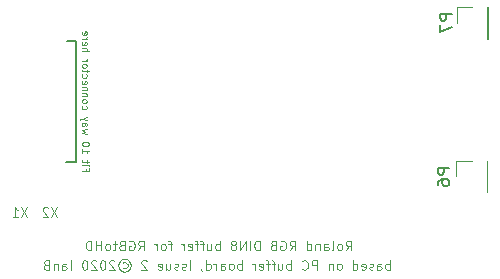
<source format=gbo>
G04 #@! TF.GenerationSoftware,KiCad,Pcbnew,(5.1.12)-1*
G04 #@! TF.CreationDate,2021-12-03T20:04:06+01:00*
G04 #@! TF.ProjectId,buffer,62756666-6572-42e6-9b69-6361645f7063,rev?*
G04 #@! TF.SameCoordinates,Original*
G04 #@! TF.FileFunction,Legend,Bot*
G04 #@! TF.FilePolarity,Positive*
%FSLAX46Y46*%
G04 Gerber Fmt 4.6, Leading zero omitted, Abs format (unit mm)*
G04 Created by KiCad (PCBNEW (5.1.12)-1) date 2021-12-03 20:04:06*
%MOMM*%
%LPD*%
G01*
G04 APERTURE LIST*
%ADD10C,0.120000*%
%ADD11C,0.100000*%
%ADD12C,0.150000*%
G04 APERTURE END LIST*
D10*
X40925219Y-48390864D02*
X40391885Y-49190864D01*
X40391885Y-48390864D02*
X40925219Y-49190864D01*
X40125219Y-48467055D02*
X40087123Y-48428960D01*
X40010933Y-48390864D01*
X39820457Y-48390864D01*
X39744266Y-48428960D01*
X39706171Y-48467055D01*
X39668076Y-48543245D01*
X39668076Y-48619436D01*
X39706171Y-48733721D01*
X40163314Y-49190864D01*
X39668076Y-49190864D01*
X38385219Y-48390864D02*
X37851885Y-49190864D01*
X37851885Y-48390864D02*
X38385219Y-49190864D01*
X37128076Y-49190864D02*
X37585219Y-49190864D01*
X37356647Y-49190864D02*
X37356647Y-48390864D01*
X37432838Y-48505150D01*
X37509028Y-48581340D01*
X37585219Y-48619436D01*
D11*
X43317657Y-45145245D02*
X43317657Y-45345245D01*
X43003371Y-45345245D02*
X43603371Y-45345245D01*
X43603371Y-45059531D01*
X43003371Y-44830960D02*
X43403371Y-44830960D01*
X43603371Y-44830960D02*
X43574800Y-44859531D01*
X43546228Y-44830960D01*
X43574800Y-44802388D01*
X43603371Y-44830960D01*
X43546228Y-44830960D01*
X43403371Y-44630960D02*
X43403371Y-44402388D01*
X43603371Y-44545245D02*
X43089085Y-44545245D01*
X43031942Y-44516674D01*
X43003371Y-44459531D01*
X43003371Y-44402388D01*
X43003371Y-43430960D02*
X43003371Y-43773817D01*
X43003371Y-43602388D02*
X43603371Y-43602388D01*
X43517657Y-43659531D01*
X43460514Y-43716674D01*
X43431942Y-43773817D01*
X43603371Y-43059531D02*
X43603371Y-43002388D01*
X43574800Y-42945245D01*
X43546228Y-42916674D01*
X43489085Y-42888102D01*
X43374800Y-42859531D01*
X43231942Y-42859531D01*
X43117657Y-42888102D01*
X43060514Y-42916674D01*
X43031942Y-42945245D01*
X43003371Y-43002388D01*
X43003371Y-43059531D01*
X43031942Y-43116674D01*
X43060514Y-43145245D01*
X43117657Y-43173817D01*
X43231942Y-43202388D01*
X43374800Y-43202388D01*
X43489085Y-43173817D01*
X43546228Y-43145245D01*
X43574800Y-43116674D01*
X43603371Y-43059531D01*
X43403371Y-42202388D02*
X43003371Y-42088102D01*
X43289085Y-41973817D01*
X43003371Y-41859531D01*
X43403371Y-41745245D01*
X43003371Y-41259531D02*
X43317657Y-41259531D01*
X43374800Y-41288102D01*
X43403371Y-41345245D01*
X43403371Y-41459531D01*
X43374800Y-41516674D01*
X43031942Y-41259531D02*
X43003371Y-41316674D01*
X43003371Y-41459531D01*
X43031942Y-41516674D01*
X43089085Y-41545245D01*
X43146228Y-41545245D01*
X43203371Y-41516674D01*
X43231942Y-41459531D01*
X43231942Y-41316674D01*
X43260514Y-41259531D01*
X43403371Y-41030960D02*
X43003371Y-40888102D01*
X43403371Y-40745245D02*
X43003371Y-40888102D01*
X42860514Y-40945245D01*
X42831942Y-40973817D01*
X42803371Y-41030960D01*
X43031942Y-39802388D02*
X43003371Y-39859531D01*
X43003371Y-39973817D01*
X43031942Y-40030960D01*
X43060514Y-40059531D01*
X43117657Y-40088102D01*
X43289085Y-40088102D01*
X43346228Y-40059531D01*
X43374800Y-40030960D01*
X43403371Y-39973817D01*
X43403371Y-39859531D01*
X43374800Y-39802388D01*
X43003371Y-39459531D02*
X43031942Y-39516674D01*
X43060514Y-39545245D01*
X43117657Y-39573817D01*
X43289085Y-39573817D01*
X43346228Y-39545245D01*
X43374800Y-39516674D01*
X43403371Y-39459531D01*
X43403371Y-39373817D01*
X43374800Y-39316674D01*
X43346228Y-39288102D01*
X43289085Y-39259531D01*
X43117657Y-39259531D01*
X43060514Y-39288102D01*
X43031942Y-39316674D01*
X43003371Y-39373817D01*
X43003371Y-39459531D01*
X43403371Y-39002388D02*
X43003371Y-39002388D01*
X43346228Y-39002388D02*
X43374800Y-38973817D01*
X43403371Y-38916674D01*
X43403371Y-38830960D01*
X43374800Y-38773817D01*
X43317657Y-38745245D01*
X43003371Y-38745245D01*
X43403371Y-38459531D02*
X43003371Y-38459531D01*
X43346228Y-38459531D02*
X43374800Y-38430960D01*
X43403371Y-38373817D01*
X43403371Y-38288102D01*
X43374800Y-38230960D01*
X43317657Y-38202388D01*
X43003371Y-38202388D01*
X43031942Y-37688102D02*
X43003371Y-37745245D01*
X43003371Y-37859531D01*
X43031942Y-37916674D01*
X43089085Y-37945245D01*
X43317657Y-37945245D01*
X43374800Y-37916674D01*
X43403371Y-37859531D01*
X43403371Y-37745245D01*
X43374800Y-37688102D01*
X43317657Y-37659531D01*
X43260514Y-37659531D01*
X43203371Y-37945245D01*
X43031942Y-37145245D02*
X43003371Y-37202388D01*
X43003371Y-37316674D01*
X43031942Y-37373817D01*
X43060514Y-37402388D01*
X43117657Y-37430960D01*
X43289085Y-37430960D01*
X43346228Y-37402388D01*
X43374800Y-37373817D01*
X43403371Y-37316674D01*
X43403371Y-37202388D01*
X43374800Y-37145245D01*
X43403371Y-36973817D02*
X43403371Y-36745245D01*
X43603371Y-36888102D02*
X43089085Y-36888102D01*
X43031942Y-36859531D01*
X43003371Y-36802388D01*
X43003371Y-36745245D01*
X43003371Y-36459531D02*
X43031942Y-36516674D01*
X43060514Y-36545245D01*
X43117657Y-36573817D01*
X43289085Y-36573817D01*
X43346228Y-36545245D01*
X43374800Y-36516674D01*
X43403371Y-36459531D01*
X43403371Y-36373817D01*
X43374800Y-36316674D01*
X43346228Y-36288102D01*
X43289085Y-36259531D01*
X43117657Y-36259531D01*
X43060514Y-36288102D01*
X43031942Y-36316674D01*
X43003371Y-36373817D01*
X43003371Y-36459531D01*
X43003371Y-36002388D02*
X43403371Y-36002388D01*
X43289085Y-36002388D02*
X43346228Y-35973817D01*
X43374800Y-35945245D01*
X43403371Y-35888102D01*
X43403371Y-35830960D01*
X43003371Y-35173817D02*
X43603371Y-35173817D01*
X43003371Y-34916674D02*
X43317657Y-34916674D01*
X43374800Y-34945245D01*
X43403371Y-35002388D01*
X43403371Y-35088102D01*
X43374800Y-35145245D01*
X43346228Y-35173817D01*
X43031942Y-34402388D02*
X43003371Y-34459531D01*
X43003371Y-34573817D01*
X43031942Y-34630960D01*
X43089085Y-34659531D01*
X43317657Y-34659531D01*
X43374800Y-34630960D01*
X43403371Y-34573817D01*
X43403371Y-34459531D01*
X43374800Y-34402388D01*
X43317657Y-34373817D01*
X43260514Y-34373817D01*
X43203371Y-34659531D01*
X43003371Y-34116674D02*
X43403371Y-34116674D01*
X43289085Y-34116674D02*
X43346228Y-34088102D01*
X43374800Y-34059531D01*
X43403371Y-34002388D01*
X43403371Y-33945245D01*
X43031942Y-33516674D02*
X43003371Y-33573817D01*
X43003371Y-33688102D01*
X43031942Y-33745245D01*
X43089085Y-33773817D01*
X43317657Y-33773817D01*
X43374800Y-33745245D01*
X43403371Y-33688102D01*
X43403371Y-33573817D01*
X43374800Y-33516674D01*
X43317657Y-33488102D01*
X43260514Y-33488102D01*
X43203371Y-33773817D01*
D12*
X42462000Y-34300160D02*
X41700000Y-34300160D01*
X42462000Y-44561760D02*
X42462000Y-34300160D01*
X41649200Y-44561760D02*
X42462000Y-44561760D01*
D10*
X65320657Y-52022964D02*
X65587323Y-51642012D01*
X65777800Y-52022964D02*
X65777800Y-51222964D01*
X65473038Y-51222964D01*
X65396847Y-51261060D01*
X65358752Y-51299155D01*
X65320657Y-51375345D01*
X65320657Y-51489631D01*
X65358752Y-51565821D01*
X65396847Y-51603917D01*
X65473038Y-51642012D01*
X65777800Y-51642012D01*
X64863514Y-52022964D02*
X64939704Y-51984869D01*
X64977800Y-51946774D01*
X65015895Y-51870583D01*
X65015895Y-51642012D01*
X64977800Y-51565821D01*
X64939704Y-51527726D01*
X64863514Y-51489631D01*
X64749228Y-51489631D01*
X64673038Y-51527726D01*
X64634942Y-51565821D01*
X64596847Y-51642012D01*
X64596847Y-51870583D01*
X64634942Y-51946774D01*
X64673038Y-51984869D01*
X64749228Y-52022964D01*
X64863514Y-52022964D01*
X64139704Y-52022964D02*
X64215895Y-51984869D01*
X64253990Y-51908679D01*
X64253990Y-51222964D01*
X63492085Y-52022964D02*
X63492085Y-51603917D01*
X63530180Y-51527726D01*
X63606371Y-51489631D01*
X63758752Y-51489631D01*
X63834942Y-51527726D01*
X63492085Y-51984869D02*
X63568276Y-52022964D01*
X63758752Y-52022964D01*
X63834942Y-51984869D01*
X63873038Y-51908679D01*
X63873038Y-51832488D01*
X63834942Y-51756298D01*
X63758752Y-51718202D01*
X63568276Y-51718202D01*
X63492085Y-51680107D01*
X63111133Y-51489631D02*
X63111133Y-52022964D01*
X63111133Y-51565821D02*
X63073038Y-51527726D01*
X62996847Y-51489631D01*
X62882561Y-51489631D01*
X62806371Y-51527726D01*
X62768276Y-51603917D01*
X62768276Y-52022964D01*
X62044466Y-52022964D02*
X62044466Y-51222964D01*
X62044466Y-51984869D02*
X62120657Y-52022964D01*
X62273038Y-52022964D01*
X62349228Y-51984869D01*
X62387323Y-51946774D01*
X62425419Y-51870583D01*
X62425419Y-51642012D01*
X62387323Y-51565821D01*
X62349228Y-51527726D01*
X62273038Y-51489631D01*
X62120657Y-51489631D01*
X62044466Y-51527726D01*
X60596847Y-52022964D02*
X60863514Y-51642012D01*
X61053990Y-52022964D02*
X61053990Y-51222964D01*
X60749228Y-51222964D01*
X60673038Y-51261060D01*
X60634942Y-51299155D01*
X60596847Y-51375345D01*
X60596847Y-51489631D01*
X60634942Y-51565821D01*
X60673038Y-51603917D01*
X60749228Y-51642012D01*
X61053990Y-51642012D01*
X59834942Y-51261060D02*
X59911133Y-51222964D01*
X60025419Y-51222964D01*
X60139704Y-51261060D01*
X60215895Y-51337250D01*
X60253990Y-51413440D01*
X60292085Y-51565821D01*
X60292085Y-51680107D01*
X60253990Y-51832488D01*
X60215895Y-51908679D01*
X60139704Y-51984869D01*
X60025419Y-52022964D01*
X59949228Y-52022964D01*
X59834942Y-51984869D01*
X59796847Y-51946774D01*
X59796847Y-51680107D01*
X59949228Y-51680107D01*
X59187323Y-51603917D02*
X59073038Y-51642012D01*
X59034942Y-51680107D01*
X58996847Y-51756298D01*
X58996847Y-51870583D01*
X59034942Y-51946774D01*
X59073038Y-51984869D01*
X59149228Y-52022964D01*
X59453990Y-52022964D01*
X59453990Y-51222964D01*
X59187323Y-51222964D01*
X59111133Y-51261060D01*
X59073038Y-51299155D01*
X59034942Y-51375345D01*
X59034942Y-51451536D01*
X59073038Y-51527726D01*
X59111133Y-51565821D01*
X59187323Y-51603917D01*
X59453990Y-51603917D01*
X58044466Y-52022964D02*
X58044466Y-51222964D01*
X57853990Y-51222964D01*
X57739704Y-51261060D01*
X57663514Y-51337250D01*
X57625419Y-51413440D01*
X57587323Y-51565821D01*
X57587323Y-51680107D01*
X57625419Y-51832488D01*
X57663514Y-51908679D01*
X57739704Y-51984869D01*
X57853990Y-52022964D01*
X58044466Y-52022964D01*
X57244466Y-52022964D02*
X57244466Y-51222964D01*
X56863514Y-52022964D02*
X56863514Y-51222964D01*
X56406371Y-52022964D01*
X56406371Y-51222964D01*
X55911133Y-51565821D02*
X55987323Y-51527726D01*
X56025419Y-51489631D01*
X56063514Y-51413440D01*
X56063514Y-51375345D01*
X56025419Y-51299155D01*
X55987323Y-51261060D01*
X55911133Y-51222964D01*
X55758752Y-51222964D01*
X55682561Y-51261060D01*
X55644466Y-51299155D01*
X55606371Y-51375345D01*
X55606371Y-51413440D01*
X55644466Y-51489631D01*
X55682561Y-51527726D01*
X55758752Y-51565821D01*
X55911133Y-51565821D01*
X55987323Y-51603917D01*
X56025419Y-51642012D01*
X56063514Y-51718202D01*
X56063514Y-51870583D01*
X56025419Y-51946774D01*
X55987323Y-51984869D01*
X55911133Y-52022964D01*
X55758752Y-52022964D01*
X55682561Y-51984869D01*
X55644466Y-51946774D01*
X55606371Y-51870583D01*
X55606371Y-51718202D01*
X55644466Y-51642012D01*
X55682561Y-51603917D01*
X55758752Y-51565821D01*
X54653990Y-52022964D02*
X54653990Y-51222964D01*
X54653990Y-51527726D02*
X54577800Y-51489631D01*
X54425419Y-51489631D01*
X54349228Y-51527726D01*
X54311133Y-51565821D01*
X54273038Y-51642012D01*
X54273038Y-51870583D01*
X54311133Y-51946774D01*
X54349228Y-51984869D01*
X54425419Y-52022964D01*
X54577800Y-52022964D01*
X54653990Y-51984869D01*
X53587323Y-51489631D02*
X53587323Y-52022964D01*
X53930180Y-51489631D02*
X53930180Y-51908679D01*
X53892085Y-51984869D01*
X53815895Y-52022964D01*
X53701609Y-52022964D01*
X53625419Y-51984869D01*
X53587323Y-51946774D01*
X53320657Y-51489631D02*
X53015895Y-51489631D01*
X53206371Y-52022964D02*
X53206371Y-51337250D01*
X53168276Y-51261060D01*
X53092085Y-51222964D01*
X53015895Y-51222964D01*
X52863514Y-51489631D02*
X52558752Y-51489631D01*
X52749228Y-52022964D02*
X52749228Y-51337250D01*
X52711133Y-51261060D01*
X52634942Y-51222964D01*
X52558752Y-51222964D01*
X51987323Y-51984869D02*
X52063514Y-52022964D01*
X52215895Y-52022964D01*
X52292085Y-51984869D01*
X52330180Y-51908679D01*
X52330180Y-51603917D01*
X52292085Y-51527726D01*
X52215895Y-51489631D01*
X52063514Y-51489631D01*
X51987323Y-51527726D01*
X51949228Y-51603917D01*
X51949228Y-51680107D01*
X52330180Y-51756298D01*
X51606371Y-52022964D02*
X51606371Y-51489631D01*
X51606371Y-51642012D02*
X51568276Y-51565821D01*
X51530180Y-51527726D01*
X51453990Y-51489631D01*
X51377800Y-51489631D01*
X50615895Y-51489631D02*
X50311133Y-51489631D01*
X50501609Y-52022964D02*
X50501609Y-51337250D01*
X50463514Y-51261060D01*
X50387323Y-51222964D01*
X50311133Y-51222964D01*
X49930180Y-52022964D02*
X50006371Y-51984869D01*
X50044466Y-51946774D01*
X50082561Y-51870583D01*
X50082561Y-51642012D01*
X50044466Y-51565821D01*
X50006371Y-51527726D01*
X49930180Y-51489631D01*
X49815895Y-51489631D01*
X49739704Y-51527726D01*
X49701609Y-51565821D01*
X49663514Y-51642012D01*
X49663514Y-51870583D01*
X49701609Y-51946774D01*
X49739704Y-51984869D01*
X49815895Y-52022964D01*
X49930180Y-52022964D01*
X49320657Y-52022964D02*
X49320657Y-51489631D01*
X49320657Y-51642012D02*
X49282561Y-51565821D01*
X49244466Y-51527726D01*
X49168276Y-51489631D01*
X49092085Y-51489631D01*
X47758752Y-52022964D02*
X48025419Y-51642012D01*
X48215895Y-52022964D02*
X48215895Y-51222964D01*
X47911133Y-51222964D01*
X47834942Y-51261060D01*
X47796847Y-51299155D01*
X47758752Y-51375345D01*
X47758752Y-51489631D01*
X47796847Y-51565821D01*
X47834942Y-51603917D01*
X47911133Y-51642012D01*
X48215895Y-51642012D01*
X46996847Y-51261060D02*
X47073038Y-51222964D01*
X47187323Y-51222964D01*
X47301609Y-51261060D01*
X47377800Y-51337250D01*
X47415895Y-51413440D01*
X47453990Y-51565821D01*
X47453990Y-51680107D01*
X47415895Y-51832488D01*
X47377800Y-51908679D01*
X47301609Y-51984869D01*
X47187323Y-52022964D01*
X47111133Y-52022964D01*
X46996847Y-51984869D01*
X46958752Y-51946774D01*
X46958752Y-51680107D01*
X47111133Y-51680107D01*
X46349228Y-51603917D02*
X46234942Y-51642012D01*
X46196847Y-51680107D01*
X46158752Y-51756298D01*
X46158752Y-51870583D01*
X46196847Y-51946774D01*
X46234942Y-51984869D01*
X46311133Y-52022964D01*
X46615895Y-52022964D01*
X46615895Y-51222964D01*
X46349228Y-51222964D01*
X46273038Y-51261060D01*
X46234942Y-51299155D01*
X46196847Y-51375345D01*
X46196847Y-51451536D01*
X46234942Y-51527726D01*
X46273038Y-51565821D01*
X46349228Y-51603917D01*
X46615895Y-51603917D01*
X45930180Y-51489631D02*
X45625419Y-51489631D01*
X45815895Y-51222964D02*
X45815895Y-51908679D01*
X45777800Y-51984869D01*
X45701609Y-52022964D01*
X45625419Y-52022964D01*
X45244466Y-52022964D02*
X45320657Y-51984869D01*
X45358752Y-51946774D01*
X45396847Y-51870583D01*
X45396847Y-51642012D01*
X45358752Y-51565821D01*
X45320657Y-51527726D01*
X45244466Y-51489631D01*
X45130180Y-51489631D01*
X45053990Y-51527726D01*
X45015895Y-51565821D01*
X44977800Y-51642012D01*
X44977800Y-51870583D01*
X45015895Y-51946774D01*
X45053990Y-51984869D01*
X45130180Y-52022964D01*
X45244466Y-52022964D01*
X44634942Y-52022964D02*
X44634942Y-51222964D01*
X44634942Y-51603917D02*
X44177800Y-51603917D01*
X44177800Y-52022964D02*
X44177800Y-51222964D01*
X43796847Y-52022964D02*
X43796847Y-51222964D01*
X43606371Y-51222964D01*
X43492085Y-51261060D01*
X43415895Y-51337250D01*
X43377800Y-51413440D01*
X43339704Y-51565821D01*
X43339704Y-51680107D01*
X43377800Y-51832488D01*
X43415895Y-51908679D01*
X43492085Y-51984869D01*
X43606371Y-52022964D01*
X43796847Y-52022964D01*
X69066671Y-53686664D02*
X69066671Y-52886664D01*
X69066671Y-53191426D02*
X68990480Y-53153331D01*
X68838100Y-53153331D01*
X68761909Y-53191426D01*
X68723814Y-53229521D01*
X68685719Y-53305712D01*
X68685719Y-53534283D01*
X68723814Y-53610474D01*
X68761909Y-53648569D01*
X68838100Y-53686664D01*
X68990480Y-53686664D01*
X69066671Y-53648569D01*
X68000004Y-53686664D02*
X68000004Y-53267617D01*
X68038100Y-53191426D01*
X68114290Y-53153331D01*
X68266671Y-53153331D01*
X68342861Y-53191426D01*
X68000004Y-53648569D02*
X68076195Y-53686664D01*
X68266671Y-53686664D01*
X68342861Y-53648569D01*
X68380957Y-53572379D01*
X68380957Y-53496188D01*
X68342861Y-53419998D01*
X68266671Y-53381902D01*
X68076195Y-53381902D01*
X68000004Y-53343807D01*
X67657147Y-53648569D02*
X67580957Y-53686664D01*
X67428576Y-53686664D01*
X67352385Y-53648569D01*
X67314290Y-53572379D01*
X67314290Y-53534283D01*
X67352385Y-53458093D01*
X67428576Y-53419998D01*
X67542861Y-53419998D01*
X67619052Y-53381902D01*
X67657147Y-53305712D01*
X67657147Y-53267617D01*
X67619052Y-53191426D01*
X67542861Y-53153331D01*
X67428576Y-53153331D01*
X67352385Y-53191426D01*
X66666671Y-53648569D02*
X66742861Y-53686664D01*
X66895242Y-53686664D01*
X66971433Y-53648569D01*
X67009528Y-53572379D01*
X67009528Y-53267617D01*
X66971433Y-53191426D01*
X66895242Y-53153331D01*
X66742861Y-53153331D01*
X66666671Y-53191426D01*
X66628576Y-53267617D01*
X66628576Y-53343807D01*
X67009528Y-53419998D01*
X65942861Y-53686664D02*
X65942861Y-52886664D01*
X65942861Y-53648569D02*
X66019052Y-53686664D01*
X66171433Y-53686664D01*
X66247623Y-53648569D01*
X66285719Y-53610474D01*
X66323814Y-53534283D01*
X66323814Y-53305712D01*
X66285719Y-53229521D01*
X66247623Y-53191426D01*
X66171433Y-53153331D01*
X66019052Y-53153331D01*
X65942861Y-53191426D01*
X64838100Y-53686664D02*
X64914290Y-53648569D01*
X64952385Y-53610474D01*
X64990480Y-53534283D01*
X64990480Y-53305712D01*
X64952385Y-53229521D01*
X64914290Y-53191426D01*
X64838100Y-53153331D01*
X64723814Y-53153331D01*
X64647623Y-53191426D01*
X64609528Y-53229521D01*
X64571433Y-53305712D01*
X64571433Y-53534283D01*
X64609528Y-53610474D01*
X64647623Y-53648569D01*
X64723814Y-53686664D01*
X64838100Y-53686664D01*
X64228576Y-53153331D02*
X64228576Y-53686664D01*
X64228576Y-53229521D02*
X64190480Y-53191426D01*
X64114290Y-53153331D01*
X64000004Y-53153331D01*
X63923814Y-53191426D01*
X63885719Y-53267617D01*
X63885719Y-53686664D01*
X62895242Y-53686664D02*
X62895242Y-52886664D01*
X62590480Y-52886664D01*
X62514290Y-52924760D01*
X62476195Y-52962855D01*
X62438100Y-53039045D01*
X62438100Y-53153331D01*
X62476195Y-53229521D01*
X62514290Y-53267617D01*
X62590480Y-53305712D01*
X62895242Y-53305712D01*
X61638100Y-53610474D02*
X61676195Y-53648569D01*
X61790480Y-53686664D01*
X61866671Y-53686664D01*
X61980957Y-53648569D01*
X62057147Y-53572379D01*
X62095242Y-53496188D01*
X62133338Y-53343807D01*
X62133338Y-53229521D01*
X62095242Y-53077140D01*
X62057147Y-53000950D01*
X61980957Y-52924760D01*
X61866671Y-52886664D01*
X61790480Y-52886664D01*
X61676195Y-52924760D01*
X61638100Y-52962855D01*
X60685719Y-53686664D02*
X60685719Y-52886664D01*
X60685719Y-53191426D02*
X60609528Y-53153331D01*
X60457147Y-53153331D01*
X60380957Y-53191426D01*
X60342861Y-53229521D01*
X60304766Y-53305712D01*
X60304766Y-53534283D01*
X60342861Y-53610474D01*
X60380957Y-53648569D01*
X60457147Y-53686664D01*
X60609528Y-53686664D01*
X60685719Y-53648569D01*
X59619052Y-53153331D02*
X59619052Y-53686664D01*
X59961909Y-53153331D02*
X59961909Y-53572379D01*
X59923814Y-53648569D01*
X59847623Y-53686664D01*
X59733338Y-53686664D01*
X59657147Y-53648569D01*
X59619052Y-53610474D01*
X59352385Y-53153331D02*
X59047623Y-53153331D01*
X59238100Y-53686664D02*
X59238100Y-53000950D01*
X59200004Y-52924760D01*
X59123814Y-52886664D01*
X59047623Y-52886664D01*
X58895242Y-53153331D02*
X58590480Y-53153331D01*
X58780957Y-53686664D02*
X58780957Y-53000950D01*
X58742861Y-52924760D01*
X58666671Y-52886664D01*
X58590480Y-52886664D01*
X58019052Y-53648569D02*
X58095242Y-53686664D01*
X58247623Y-53686664D01*
X58323814Y-53648569D01*
X58361909Y-53572379D01*
X58361909Y-53267617D01*
X58323814Y-53191426D01*
X58247623Y-53153331D01*
X58095242Y-53153331D01*
X58019052Y-53191426D01*
X57980957Y-53267617D01*
X57980957Y-53343807D01*
X58361909Y-53419998D01*
X57638100Y-53686664D02*
X57638100Y-53153331D01*
X57638100Y-53305712D02*
X57600004Y-53229521D01*
X57561909Y-53191426D01*
X57485719Y-53153331D01*
X57409528Y-53153331D01*
X56533338Y-53686664D02*
X56533338Y-52886664D01*
X56533338Y-53191426D02*
X56457147Y-53153331D01*
X56304766Y-53153331D01*
X56228576Y-53191426D01*
X56190480Y-53229521D01*
X56152385Y-53305712D01*
X56152385Y-53534283D01*
X56190480Y-53610474D01*
X56228576Y-53648569D01*
X56304766Y-53686664D01*
X56457147Y-53686664D01*
X56533338Y-53648569D01*
X55695242Y-53686664D02*
X55771433Y-53648569D01*
X55809528Y-53610474D01*
X55847623Y-53534283D01*
X55847623Y-53305712D01*
X55809528Y-53229521D01*
X55771433Y-53191426D01*
X55695242Y-53153331D01*
X55580957Y-53153331D01*
X55504766Y-53191426D01*
X55466671Y-53229521D01*
X55428576Y-53305712D01*
X55428576Y-53534283D01*
X55466671Y-53610474D01*
X55504766Y-53648569D01*
X55580957Y-53686664D01*
X55695242Y-53686664D01*
X54742861Y-53686664D02*
X54742861Y-53267617D01*
X54780957Y-53191426D01*
X54857147Y-53153331D01*
X55009528Y-53153331D01*
X55085719Y-53191426D01*
X54742861Y-53648569D02*
X54819052Y-53686664D01*
X55009528Y-53686664D01*
X55085719Y-53648569D01*
X55123814Y-53572379D01*
X55123814Y-53496188D01*
X55085719Y-53419998D01*
X55009528Y-53381902D01*
X54819052Y-53381902D01*
X54742861Y-53343807D01*
X54361909Y-53686664D02*
X54361909Y-53153331D01*
X54361909Y-53305712D02*
X54323814Y-53229521D01*
X54285719Y-53191426D01*
X54209528Y-53153331D01*
X54133338Y-53153331D01*
X53523814Y-53686664D02*
X53523814Y-52886664D01*
X53523814Y-53648569D02*
X53600004Y-53686664D01*
X53752385Y-53686664D01*
X53828576Y-53648569D01*
X53866671Y-53610474D01*
X53904766Y-53534283D01*
X53904766Y-53305712D01*
X53866671Y-53229521D01*
X53828576Y-53191426D01*
X53752385Y-53153331D01*
X53600004Y-53153331D01*
X53523814Y-53191426D01*
X53104766Y-53648569D02*
X53104766Y-53686664D01*
X53142861Y-53762855D01*
X53180957Y-53800950D01*
X52152385Y-53686664D02*
X52152385Y-52886664D01*
X51809528Y-53648569D02*
X51733338Y-53686664D01*
X51580957Y-53686664D01*
X51504766Y-53648569D01*
X51466671Y-53572379D01*
X51466671Y-53534283D01*
X51504766Y-53458093D01*
X51580957Y-53419998D01*
X51695242Y-53419998D01*
X51771433Y-53381902D01*
X51809528Y-53305712D01*
X51809528Y-53267617D01*
X51771433Y-53191426D01*
X51695242Y-53153331D01*
X51580957Y-53153331D01*
X51504766Y-53191426D01*
X51161909Y-53648569D02*
X51085719Y-53686664D01*
X50933338Y-53686664D01*
X50857147Y-53648569D01*
X50819052Y-53572379D01*
X50819052Y-53534283D01*
X50857147Y-53458093D01*
X50933338Y-53419998D01*
X51047623Y-53419998D01*
X51123814Y-53381902D01*
X51161909Y-53305712D01*
X51161909Y-53267617D01*
X51123814Y-53191426D01*
X51047623Y-53153331D01*
X50933338Y-53153331D01*
X50857147Y-53191426D01*
X50133338Y-53153331D02*
X50133338Y-53686664D01*
X50476195Y-53153331D02*
X50476195Y-53572379D01*
X50438100Y-53648569D01*
X50361909Y-53686664D01*
X50247623Y-53686664D01*
X50171433Y-53648569D01*
X50133338Y-53610474D01*
X49447623Y-53648569D02*
X49523814Y-53686664D01*
X49676195Y-53686664D01*
X49752385Y-53648569D01*
X49790480Y-53572379D01*
X49790480Y-53267617D01*
X49752385Y-53191426D01*
X49676195Y-53153331D01*
X49523814Y-53153331D01*
X49447623Y-53191426D01*
X49409528Y-53267617D01*
X49409528Y-53343807D01*
X49790480Y-53419998D01*
X48495242Y-52962855D02*
X48457147Y-52924760D01*
X48380957Y-52886664D01*
X48190480Y-52886664D01*
X48114290Y-52924760D01*
X48076195Y-52962855D01*
X48038100Y-53039045D01*
X48038100Y-53115236D01*
X48076195Y-53229521D01*
X48533338Y-53686664D01*
X48038100Y-53686664D01*
X46438100Y-53077140D02*
X46514290Y-53039045D01*
X46666671Y-53039045D01*
X46742861Y-53077140D01*
X46819052Y-53153331D01*
X46857147Y-53229521D01*
X46857147Y-53381902D01*
X46819052Y-53458093D01*
X46742861Y-53534283D01*
X46666671Y-53572379D01*
X46514290Y-53572379D01*
X46438100Y-53534283D01*
X46590480Y-52772379D02*
X46780957Y-52810474D01*
X46971433Y-52924760D01*
X47085719Y-53115236D01*
X47123814Y-53305712D01*
X47085719Y-53496188D01*
X46971433Y-53686664D01*
X46780957Y-53800950D01*
X46590480Y-53839045D01*
X46400004Y-53800950D01*
X46209528Y-53686664D01*
X46095242Y-53496188D01*
X46057147Y-53305712D01*
X46095242Y-53115236D01*
X46209528Y-52924760D01*
X46400004Y-52810474D01*
X46590480Y-52772379D01*
X45752385Y-52962855D02*
X45714290Y-52924760D01*
X45638099Y-52886664D01*
X45447623Y-52886664D01*
X45371433Y-52924760D01*
X45333338Y-52962855D01*
X45295242Y-53039045D01*
X45295242Y-53115236D01*
X45333338Y-53229521D01*
X45790480Y-53686664D01*
X45295242Y-53686664D01*
X44800004Y-52886664D02*
X44723814Y-52886664D01*
X44647623Y-52924760D01*
X44609528Y-52962855D01*
X44571433Y-53039045D01*
X44533338Y-53191426D01*
X44533338Y-53381902D01*
X44571433Y-53534283D01*
X44609528Y-53610474D01*
X44647623Y-53648569D01*
X44723814Y-53686664D01*
X44800004Y-53686664D01*
X44876195Y-53648569D01*
X44914290Y-53610474D01*
X44952385Y-53534283D01*
X44990480Y-53381902D01*
X44990480Y-53191426D01*
X44952385Y-53039045D01*
X44914290Y-52962855D01*
X44876195Y-52924760D01*
X44800004Y-52886664D01*
X44228576Y-52962855D02*
X44190480Y-52924760D01*
X44114290Y-52886664D01*
X43923814Y-52886664D01*
X43847623Y-52924760D01*
X43809528Y-52962855D01*
X43771433Y-53039045D01*
X43771433Y-53115236D01*
X43809528Y-53229521D01*
X44266671Y-53686664D01*
X43771433Y-53686664D01*
X43276195Y-52886664D02*
X43200004Y-52886664D01*
X43123814Y-52924760D01*
X43085719Y-52962855D01*
X43047623Y-53039045D01*
X43009528Y-53191426D01*
X43009528Y-53381902D01*
X43047623Y-53534283D01*
X43085719Y-53610474D01*
X43123814Y-53648569D01*
X43200004Y-53686664D01*
X43276195Y-53686664D01*
X43352385Y-53648569D01*
X43390480Y-53610474D01*
X43428576Y-53534283D01*
X43466671Y-53381902D01*
X43466671Y-53191426D01*
X43428576Y-53039045D01*
X43390480Y-52962855D01*
X43352385Y-52924760D01*
X43276195Y-52886664D01*
X42057147Y-53686664D02*
X42057147Y-52886664D01*
X41333338Y-53686664D02*
X41333338Y-53267617D01*
X41371433Y-53191426D01*
X41447623Y-53153331D01*
X41600004Y-53153331D01*
X41676195Y-53191426D01*
X41333338Y-53648569D02*
X41409528Y-53686664D01*
X41600004Y-53686664D01*
X41676195Y-53648569D01*
X41714290Y-53572379D01*
X41714290Y-53496188D01*
X41676195Y-53419998D01*
X41600004Y-53381902D01*
X41409528Y-53381902D01*
X41333338Y-53343807D01*
X40952385Y-53153331D02*
X40952385Y-53686664D01*
X40952385Y-53229521D02*
X40914290Y-53191426D01*
X40838099Y-53153331D01*
X40723814Y-53153331D01*
X40647623Y-53191426D01*
X40609528Y-53267617D01*
X40609528Y-53686664D01*
X39961909Y-53267617D02*
X39847623Y-53305712D01*
X39809528Y-53343807D01*
X39771433Y-53419998D01*
X39771433Y-53534283D01*
X39809528Y-53610474D01*
X39847623Y-53648569D01*
X39923814Y-53686664D01*
X40228576Y-53686664D01*
X40228576Y-52886664D01*
X39961909Y-52886664D01*
X39885719Y-52924760D01*
X39847623Y-52962855D01*
X39809528Y-53039045D01*
X39809528Y-53115236D01*
X39847623Y-53191426D01*
X39885719Y-53229521D01*
X39961909Y-53267617D01*
X40228576Y-53267617D01*
X74710800Y-31471560D02*
X74710800Y-32801560D01*
X76040800Y-31471560D02*
X74710800Y-31471560D01*
X77310800Y-31471560D02*
X77310800Y-34131560D01*
X77310800Y-34131560D02*
X77370800Y-34131560D01*
X77310800Y-31471560D02*
X77370800Y-31471560D01*
X77370800Y-31471560D02*
X77370800Y-34131560D01*
X77320000Y-44450960D02*
X77320000Y-47110960D01*
X77260000Y-44450960D02*
X77320000Y-44450960D01*
X77260000Y-47110960D02*
X77320000Y-47110960D01*
X77260000Y-44450960D02*
X77260000Y-47110960D01*
X75990000Y-44450960D02*
X74660000Y-44450960D01*
X74660000Y-44450960D02*
X74660000Y-45780960D01*
D12*
X74308780Y-32012664D02*
X73308780Y-32012664D01*
X73308780Y-32393617D01*
X73356400Y-32488855D01*
X73404019Y-32536474D01*
X73499257Y-32584093D01*
X73642114Y-32584093D01*
X73737352Y-32536474D01*
X73784971Y-32488855D01*
X73832590Y-32393617D01*
X73832590Y-32012664D01*
X73308780Y-32917426D02*
X73308780Y-33584093D01*
X74308780Y-33155521D01*
X74112380Y-45042864D02*
X73112380Y-45042864D01*
X73112380Y-45423817D01*
X73160000Y-45519055D01*
X73207619Y-45566674D01*
X73302857Y-45614293D01*
X73445714Y-45614293D01*
X73540952Y-45566674D01*
X73588571Y-45519055D01*
X73636190Y-45423817D01*
X73636190Y-45042864D01*
X73112380Y-46471436D02*
X73112380Y-46280960D01*
X73160000Y-46185721D01*
X73207619Y-46138102D01*
X73350476Y-46042864D01*
X73540952Y-45995245D01*
X73921904Y-45995245D01*
X74017142Y-46042864D01*
X74064761Y-46090483D01*
X74112380Y-46185721D01*
X74112380Y-46376198D01*
X74064761Y-46471436D01*
X74017142Y-46519055D01*
X73921904Y-46566674D01*
X73683809Y-46566674D01*
X73588571Y-46519055D01*
X73540952Y-46471436D01*
X73493333Y-46376198D01*
X73493333Y-46185721D01*
X73540952Y-46090483D01*
X73588571Y-46042864D01*
X73683809Y-45995245D01*
M02*

</source>
